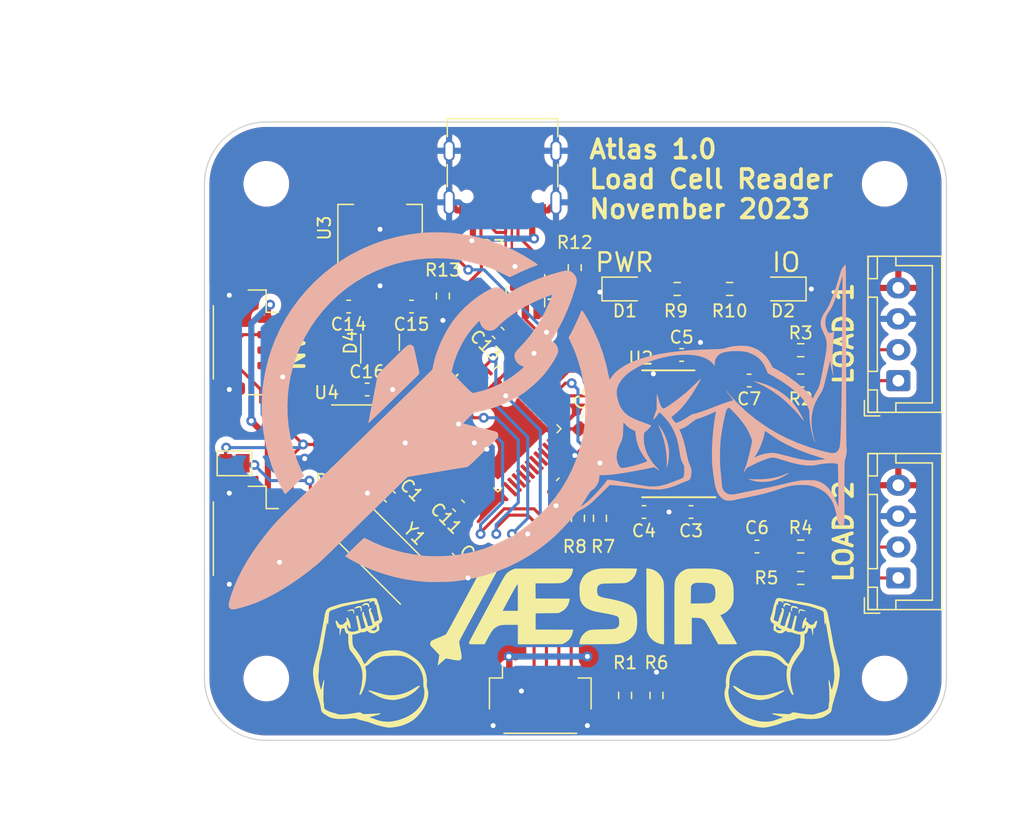
<source format=kicad_pcb>
(kicad_pcb (version 20221018) (generator pcbnew)
  (layers (0 "F.Cu" signal) (31 "B.Cu" signal) (34 "B.Paste" user) (35 "F.Paste" user) (36 "B.SilkS" user "B.Silkscreen") (37 "F.SilkS" user "F.Silkscreen") (38 "B.Mask" user) (39 "F.Mask" user) (44 "Edge.Cuts" user))
  (net 0 "")
  (net 1 "Net-(U2-VBG)")
  (net 2 "Net-(U2-VIN1N)")
  (net 3 "Net-(U2-VIN1P)")
  (net 4 "Net-(U2-VIN2N)")
  (net 5 "Net-(U2-VIN2P)")
  (net 9 "Net-(U1-VCAP)")
  (net 10 "/LOAD2_N")
  (net 11 "/LOAD2_P")
  (net 12 "Earth")
  (net 13 "+3V3")
  (net 32 "/CAN_H")
  (net 33 "/CAN_L")
  (net 34 "/LOAD1_N")
  (net 35 "/LOAD1_P")
  (net 36 "/SW_CLK")
  (net 37 "/SW_DIO")
  (net 38 "/BOOT0")
  (net 39 "/NRST")
  (net 40 "/DRDY")
  (net 41 "/SCL")
  (net 44 "/SDA")
  (net 45 "/IO_LED")
  (net 46 "/OSC_IN")
  (net 47 "/OSC_OUT")
  (net 48 "/CAN_TX")
  (net 49 "/CAN_RX")
  (net 53 "Net-(D1-A)")
  (net 54 "Net-(D2-A)")
  (net 56 "Net-(J6-CC1)")
  (net 58 "Net-(J6-CC2)")
  (net 60 "/USB_D_N")
  (net 61 "/USB_D_P")
  (net 62 "VCC")
  (net 63 "Net-(D3-A)")
  (net 64 "Net-(JP1-B)")
  (footprint "Package_SO:SOIC-8_3.9x4.9mm_P1.27mm" (layer "F.Cu") (at 74.23 91.44 180)
    (fp_text reference "U4")
    (fp_text value "TJA1051T")
  )
  (footprint "Capacitor_SMD:C_0603_1608Metric_Pad1.08x0.95mm_HandSolder" (layer "F.Cu") (at 92.93888 90.19512 45)
    (fp_text reference "C8")
    (fp_text value "4u7")
  )
  (footprint "Resistor_SMD:R_0603_1608Metric_Pad0.98x0.95mm_HandSolder" (layer "F.Cu") (at 98.552 112.3715 90)
    (fp_text reference "R6")
    (fp_text value "10k")
  )
  (footprint "Connector_USB:USB_C_Receptacle_Palconn_UTC16-G" (layer "F.Cu") (at 86.104 70.566 180)
    (fp_text reference "J6" hide)
    (fp_text value "USB_C_Receptacle_USB2.0")
  )
  (footprint "Capacitor_SMD:C_0603_1608Metric_Pad1.08x0.95mm_HandSolder" (layer "F.Cu") (at 73.66 80.924 180)
    (fp_text reference "C14")
    (fp_text value "10u")
  )
  (footprint "Connector_JST:JST_XH_B4B-XH-A_1x04_P2.50mm_Vertical" (layer "F.Cu") (at 118.11 86.915 90)
    (fp_text reference "J1" hide)
    (fp_text value "jst xh 4")
  )
  (footprint "Resistor_SMD:R_0603_1608Metric_Pad0.98x0.95mm_HandSolder" (layer "F.Cu") (at 93.98 98.044 90)
    (fp_text reference "R7")
    (fp_text value "4k7")
  )
  (footprint "Resistor_SMD:R_0603_1608Metric_Pad0.98x0.95mm_HandSolder" (layer "F.Cu") (at 96.012 112.3715 -90)
    (fp_text reference "R1")
    (fp_text value "10k")
  )
  (footprint "Resistor_SMD:R_0603_1608Metric_Pad0.98x0.95mm_HandSolder" (layer "F.Cu") (at 110.2125 102.87 180)
    (fp_text reference "R5")
    (fp_text value "51")
  )
  (footprint "Capacitor_SMD:C_0603_1608Metric_Pad1.08x0.95mm_HandSolder" (layer "F.Cu") (at 78.74 80.924)
    (fp_text reference "C15")
    (fp_text value "22u")
  )
  (footprint "LOGO" (layer "F.Cu") (at 75.438 109.728)
    (fp_text reference "G***" hide)
    (fp_text value "LOGO" hide)
  )
  (footprint "Capacitor_SMD:C_0603_1608Metric_Pad1.08x0.95mm_HandSolder" (layer "F.Cu") (at 81.788 101.346 -45)
    (fp_text reference "C2")
    (fp_text value "14p")
  )
  (footprint "MountingHole:MountingHole_3.2mm_M3_ISO7380" (layer "F.Cu") (at 67 71)
    (fp_text reference "H2" hide)
    (fp_text value "MountingHole")
  )
  (footprint "LOGO" (layer "F.Cu") (at 92.71 105.156)
    (fp_text reference "G***" hide)
    (fp_text value "LOGO" hide)
  )
  (footprint "Connector_JST:JST_SH_SM06B-SRSS-TB_1x06-1MP_P1.00mm_Horizontal" (layer "F.Cu") (at 89.154 112.744)
    (fp_text reference "J4" hide)
    (fp_text value "jst_sh 6")
  )
  (footprint "Resistor_SMD:R_0603_1608Metric_Pad0.98x0.95mm_HandSolder" (layer "F.Cu") (at 92.202 98.044 90)
    (fp_text reference "R8")
    (fp_text value "4k7")
  )
  (footprint "Resistor_SMD:R_0603_1608Metric_Pad0.98x0.95mm_HandSolder" (layer "F.Cu") (at 71.4775 96.393)
    (fp_text reference "R11")
    (fp_text value "120")
  )
  (footprint "Package_QFP:LQFP-48_7x7mm_P0.5mm" (layer "F.Cu") (at 85.725 90.805 45)
    (fp_text reference "U1")
    (fp_text value "STM32U575CGTx")
  )
  (footprint "Resistor_SMD:R_0603_1608Metric_Pad0.98x0.95mm_HandSolder" (layer "F.Cu") (at 100.2265 79.502 180)
    (fp_text reference "R9")
    (fp_text value "500")
  )
  (footprint "LOGO" (layer "F.Cu") (at 108.712 109.728)
    (fp_text reference "G***" hide)
    (fp_text value "LOGO" hide)
  )
  (footprint "Crystal:Crystal_SMD_0603-2Pin_6.0x3.5mm_HandSoldering" (layer "F.Cu") (at 76.962 101.346 -45)
    (fp_text reference "Y1")
    (fp_text value "48MHz")
  )
  (footprint "Capacitor_SMD:C_0603_1608Metric_Pad1.08x0.95mm_HandSolder" (layer "F.Cu") (at 97.536 97.536)
    (fp_text reference "C4")
    (fp_text value "1u")
  )
  (footprint "Resistor_SMD:R_0603_1608Metric_Pad0.98x0.95mm_HandSolder" (layer "F.Cu") (at 110.2125 84.455)
    (fp_text reference "R3")
    (fp_text value "51")
  )
  (footprint "Connector_JST:JST_GH_SM04B-GHS-TB_1x04-1MP_P1.25mm_Horizontal" (layer "F.Cu") (at 65.278 83.82 -90)
    (fp_text reference "J5" hide)
    (fp_text value "jst gh")
  )
  (footprint "Capacitor_SMD:C_0603_1608Metric_Pad1.08x0.95mm_HandSolder" (layer "F.Cu") (at 76.962 96.266 135)
    (fp_text reference "C1")
    (fp_text value "14p")
  )
  (footprint "Capacitor_SMD:C_0603_1608Metric_Pad1.08x0.95mm_HandSolder" (layer "F.Cu") (at 101.346 97.536 180)
    (fp_text reference "C3")
    (fp_text value "100n")
  )
  (footprint "MountingHole:MountingHole_3.2mm_M3_ISO7380" (layer "F.Cu") (at 117 71)
    (fp_text reference "H1" hide)
    (fp_text value "MountingHole")
  )
  (footprint "Package_TO_SOT_SMD:SOT-23-6" (layer "F.Cu") (at 87.95 80.1425 -90)
    (fp_text reference "U5")
    (fp_text value "USBLC6-2SC6")
  )
  (footprint "Capacitor_SMD:C_0603_1608Metric_Pad1.08x0.95mm_HandSolder" (layer "F.Cu") (at 75.1575 87.63)
    (fp_text reference "C16")
    (fp_text value "100n")
  )
  (footprint "Capacitor_SMD:C_0603_1608Metric_Pad1.08x0.95mm_HandSolder" (layer "F.Cu") (at 90.932 95.25 45)
    (fp_text reference "C10")
    (fp_text value "4u7")
  )
  (footprint "Capacitor_SMD:C_0603_1608Metric_Pad1.08x0.95mm_HandSolder" (layer "F.Cu") (at 100.584 84.836)
    (fp_text reference "C5")
    (fp_text value "100n")
  )
  (footprint "Resistor_SMD:R_0603_1608Metric" (layer "F.Cu") (at 91.94 77.775 -90)
    (fp_text reference "R12")
    (fp_text value "5k1")
  )
  (footprint "MountingHole:MountingHole_3.2mm_M3_ISO7380" (layer "F.Cu") (at 67 111)
    (fp_text reference "H4" hide)
    (fp_text value "MountingHole")
  )
  (footprint "Resistor_SMD:R_0603_1608Metric" (layer "F.Cu") (at 81.28 80.073 -90)
    (fp_text reference "R13")
    (fp_text value "5k1")
  )
  (footprint "Capacitor_SMD:C_0603_1608Metric_Pad1.08x0.95mm_HandSolder" (layer "F.Cu") (at 82.55 97.028 135)
    (fp_text reference "C11")
    (fp_text value "4u7")
  )
  (footprint "Connector_JST:JST_XH_B4B-XH-A_1x04_P2.50mm_Vertical" (layer "F.Cu") (at 118.11 102.87 90)
    (fp_text reference "J3" hide)
    (fp_text value "jst xh 4")
  )
  (footprint "Diode_SMD:D_SOD-323_HandSoldering" (layer "F.Cu") (at 82.316 76.073)
    (fp_text reference "D3")
    (fp_text value "MBR1020VL")
  )
  (footprint "Jumper:SolderJumper-2_P1.3mm_Open_TrianglePad1.0x1.5mm" (layer "F.Cu") (at 64.426 93.599)
    (fp_text reference "JP1" hide)
    (fp_text value "SolderJumper_2_Open")
  )
  (footprint "LED_SMD:LED_0805_2012Metric_Pad1.15x1.40mm_HandSolder" (layer "F.Cu") (at 108.78725 79.502 180)
    (fp_text reference "D2")
    (fp_text value "pwr")
  )
  (footprint "Resistor_SMD:R_0603_1608Metric_Pad0.98x0.95mm_HandSolder" (layer "F.Cu") (at 110.2125 86.907064)
    (fp_text reference "R2")
    (fp_text value "51")
  )
  (footprint "Connector_JST:JST_GH_SM04B-GHS-TB_1x04-1MP_P1.25mm_Horizontal" (layer "F.Cu") (at 65.278 99.695 -90)
    (fp_text reference "J2" hide)
    (fp_text value "jst gh")
  )
  (footprint "Capacitor_SMD:C_0603_1608Metric_Pad1.08x0.95mm_HandSolder" (layer "F.Cu") (at 85.75012 83.058 135)
    (fp_text reference "C13")
    (fp_text value "100n")
  )
  (footprint "Capacitor_SMD:C_0603_1608Metric_Pad1.08x0.95mm_HandSolder" (layer "F.Cu") (at 106.68 100.33)
    (fp_text reference "C6")
    (fp_text value "100n")
  )
  (footprint "NAU7802SGI:SOI16_NAU7802SGI_NUV" (layer "F.Cu") (at 99.51085 91.2125 180)
    (fp_text reference "U2")
    (fp_text value "NAU7802SGI")
  )
  (footprint "Resistor_SMD:R_0603_1608Metric_Pad0.98x0.95mm_HandSolder" (layer "F.Cu") (at 110.2125 100.33 180)
    (fp_text reference "R4")
    (fp_text value "51")
  )
  (footprint "Package_TO_SOT_SMD:SOT-223-3_TabPin2" (layer "F.Cu") (at 76.2 74.574 90)
    (fp_text reference "U3")
    (fp_text value "AZ1117CH2-3.3TRG1")
  )
  (footprint "MountingHole:MountingHole_3.2mm_M3_ISO7380" (layer "F.Cu") (at 117 111)
    (fp_text reference "H3" hide)
    (fp_text value "MountingHole")
  )
  (footprint "LED_SMD:LED_0805_2012Metric_Pad1.15x1.40mm_HandSolder" (layer "F.Cu") (at 96.003 79.502)
    (fp_text reference "D1")
    (fp_text value "pwr")
  )
  (footprint "Package_TO_SOT_SMD:SOT-23" (layer "F.Cu") (at 76.2 83.82 90)
    (fp_text reference "D4")
    (fp_text value "NUP2105L")
  )
  (footprint "Resistor_SMD:R_0603_1608Metric_Pad0.98x0.95mm_HandSolder" (layer "F.Cu") (at 104.46925 79.502)
    (fp_text reference "R10")
    (fp_text value "500")
  )
  (footprint "Capacitor_SMD:C_0603_1608Metric_Pad1.08x0.95mm_HandSolder" (layer "F.Cu") (at 106.045 86.907064 180)
    (fp_text reference "C7")
    (fp_text value "100n")
  )
  (footprint "LOGO" (layer "B.Cu") (at 88.9 90.17 -90)
    (fp_text reference "G***" hide)
    (fp_text value "LOGO" hide)
  )
  (gr_arc (start 117 66) (mid 120.535534 67.464466) (end 122 71) (stroke (width 0.1)) (layer "Edge.Cuts"))
  (gr_arc (start 122 111) (mid 120.535534 114.535534) (end 117 116) (stroke (width 0.1)) (layer "Edge.Cuts"))
  (gr_line (start 117 116) (end 67 116) (stroke (width 0.1)) (layer "Edge.Cuts"))
  (gr_line (start 122 71) (end 122 111) (stroke (width 0.1)) (layer "Edge.Cuts"))
  (gr_line (start 67 66) (end 117 66) (stroke (width 0.1)) (layer "Edge.Cuts"))
  (gr_arc (start 67 116) (mid 63.464466 114.535534) (end 62 111) (stroke (width 0.1)) (layer "Edge.Cuts"))
  (gr_arc (start 62 71) (mid 63.464466 67.464466) (end 67 66) (stroke (width 0.1)) (layer "Edge.Cuts"))
  (gr_line (start 62 111) (end 62 71) (stroke (width 0.1)) (layer "Edge.Cuts"))
  (gr_text "LOAD 1" (at 114.554 87.376 90) (layer "F.SilkS") (effects (font (size 1.5 1.5) (thickness 0.3) bold) (justify left bottom)))
  (gr_text "IO" (at 107.77125 78.232) (layer "F.SilkS") (effects (font (size 1.5 1.5) (thickness 0.2)) (justify left bottom)))
  (gr_text "CAN" (at 68.326 81.534 270) (layer "F.SilkS") (effects (font (size 1.5 1.5) (thickness 0.3) bold) (justify left bottom)))
  (gr_text "PWR" (at 93.472 78.232) (layer "F.SilkS") (effects (font (size 1.5 1.5) (thickness 0.2)) (justify left bottom)))
  (gr_text "LOAD 2" (at 114.554 103.378 90) (layer "F.SilkS") (effects (font (size 1.5 1.5) (thickness 0.3) bold) (justify left bottom)))
  (gr_text "CAN" (at 68.58 97.282 270) (layer "F.SilkS") (effects (font (size 1.5 1.5) (thickness 0.3) bold) (justify left bottom)))
  (gr_text "Atlas 1.0\nLoad Cell Reader\nNovember 2023" (at 92.964 73.914) (layer "F.SilkS") (effects (font (size 1.5 1.5) (thickness 0.3) bold) (justify left bottom)))
  (segment (start 99.7215 84.836) (end 99.7215 88.5455) (width 0.5) (layer "F.Cu") (net 1))
  (segment (start 99.7215 88.5455) (end 100.4835 89.3075) (width 0.5) (layer "F.Cu") (net 1))
  (segment (start 100.4835 89.3075) (end 102.235 89.3075) (width 0.5) (layer "F.Cu") (net 1))
  (segment (start 104.0395 94.3875) (end 102.235 94.3875) (width 0.25) (layer "F.Cu") (net 2))
  (segment (start 105.8175 100.33) (end 105.8175 101.7535) (width 0.25) (layer "F.Cu") (net 2))
  (segment (start 105.8175 101.7535) (end 106.934 102.87) (width 0.25) (layer "F.Cu") (net 2))
  (segment (start 105.8175 96.1655) (end 104.0395 94.3875) (width 0.25) (layer "F.Cu") (net 2))
  (segment (start 106.934 102.87) (end 109.3 102.87) (width 0.25) (layer "F.Cu") (net 2))
  (segment (start 105.8175 100.33) (end 105.8175 96.1655) (width 0.25) (layer "F.Cu") (net 2))
  (segment (start 107.5425 96.1125) (end 104.5475 93.1175) (width 0.25) (layer "F.Cu") (net 3))
  (segment (start 107.5425 100.33) (end 107.5425 96.1125) (width 0.25) (layer "F.Cu") (net 3))
  (segment (start 104.5475 93.1175) (end 102.235 93.1175) (width 0.25) (layer "F.Cu") (net 3))
  (segment (start 109.3 100.33) (end 107.5425 100.33) (width 0.25) (layer "F.Cu") (net 3))
  (segment (start 106.9075 86.907064) (end 109.3 86.907064) (width 0.25) (layer "F.Cu") (net 4))
  (segment (start 106.9075 86.907064) (end 106.9075 89.1805) (width 0.25) (layer "F.Cu") (net 4))
  (segment (start 104.2405 91.8475) (end 102.235 91.8475) (width 0.25) (layer "F.Cu") (net 4))
  (segment (start 106.9075 89.1805) (end 104.2405 91.8475) (width 0.25) (layer "F.Cu") (net 4))
  (segment (start 105.1825 85.5715) (end 105.1825 86.907064) (width 0.25) (layer "F.Cu") (net 5))
  (segment (start 103.9865 90.5775) (end 105.1825 89.3815) (width 0.25) (layer "F.Cu") (net 5))
  (segment (start 105.1825 89.3815) (end 105.1825 86.907064) (width 0.25) (layer "F.Cu") (net 5))
  (segment (start 109.3 84.455) (end 106.299 84.455) (width 0.25) (layer "F.Cu") (net 5))
  (segment (start 102.235 90.5775) (end 103.9865 90.5775) (width 0.25) (layer "F.Cu") (net 5))
  (segment (start 106.299 84.455) (end 105.1825 85.5715) (width 0.25) (layer "F.Cu") (net 5))
  (segment (start 91.54188 94.147006) (end 89.905769 92.510895) (width 0.25) (layer "F.Cu") (net 9))
  (segment (start 91.54188 94.64012) (end 91.54188 94.147006) (width 0.25) (layer "F.Cu") (net 9))
  (segment (start 118.11 86.915) (end 111.132936 86.915) (width 0.25) (layer "F.Cu") (net 10))
  (segment (start 111.132936 86.915) (end 111.125 86.907064) (width 0.25) (layer "F.Cu") (net 10))
  (segment (start 111.125 84.455) (end 111.165 84.415) (width 0.25) (layer "F.Cu") (net 11))
  (segment (start 111.165 84.415) (end 118.11 84.415) (width 0.25) (layer "F.Cu") (net 11))
  (segment (start 97.8905 86.7675) (end 98.298 86.36) (width 0.5) (layer "F.Cu") (net 12))
  (segment (start 81.190678 89.452658) (end 82.16202 90.424) (width 0.25) (layer "F.Cu") (net 12))
  (segment (start 76.2 77.724) (end 76.2 71.424) (width 0.5) (layer "F.Cu") (net 12))
  (segment (start 83.311998 94.278662) (end 84.836 92.75466) (width 0.25) (layer "F.Cu") (net 12))
  (segment (start 76.35212 95.65612) (end 75.53988 95.65612) (width 0.5) (layer "F.Cu") (net 12))
  (segment (start 92.954 114.818) (end 92.964 114.808) (width 0.5) (layer "F.Cu") (net 12))
  (segment (start 91.948 92.964) (end 93.853 91.059) (width 0.25) (layer "F.Cu") (net 12))
  (segment (start 67.128 85.695) (end 67.128 86.432) (width 0.25) (layer "F.Cu") (net 12))
  (segment (start 83.311998 94.278662) (end 81.94012 95.65054) (width 0.25) (layer "F.Cu") (net 12))
  (segment (start 76.705 92.075) (end 78.105 92.075) (width 0.25) (layer "F.Cu") (net 12))
  (segment (start 94.978 79.502) (end 94.234001 79.502) (width 0.25) (layer "F.Cu") (net 12))
  (segment (start 90.259322 92.157342) (end 91.06598 92.964) (width 0.25) (layer "F.Cu") (net 12))
  (segment (start 76.02 87.63) (end 77.216 87.63) (width 0.25) (layer "F.Cu") (net 12))
  (segment (start 81.28 80.898) (end 81.28 82.042) (width 0.25) (layer "F.Cu") (net 12))
  (segment (start 87.95 78.523874) (end 87.108063 77.681937) (width 0.25) (layer "F.Cu") (net 12))
  (segment (start 82.904 73.1524) (end 82.4404 73.1524) (width 0.5) (layer "F.Cu") (net 12))
  (segment (start 102.235 88.0375) (end 102.235 85.6245) (width 0.5) (layer "F.Cu") (net 12))
  (segment (start 90.424 68.326) (end 90.424 72.496) (width 0.5) (layer "F.Cu") (net 12))
  (segment (start 87.95 79.005) (end 87.95 78.523874) (width 0.25) (layer "F.Cu") (net 12))
  (segment (start 87.077342 86.270678) (end 88.646 84.70202) (width 0.25) (layer "F.Cu") (net 12))
  (segment (start 89.304 73.1524) (end 89.7676 73.1524) (width 0.5) (layer "F.Cu") (net 12))
  (segment (start 90.32212 95.85988) (end 90.32212 96.92612) (width 0.25) (layer "F.Cu") (net 12))
  (segment (start 78.105 92.075) (end 78.232 91.948) (width 0.25) (layer "F.Cu") (net 12))
  (segment (start 66.62 101.57) (end 68.042 101.57) (width 0.25) (layer "F.Cu") (net 12))
  (segment (start 101.4465 84.836) (end 101.4465 84.4815) (width 0.5) (layer "F.Cu") (net 12))
  (segment (start 81.784 68.326) (end 81.784 72.496) (width 0.5) (layer "F.Cu") (net 12))
  (segment (start 89.7676 73.1524) (end 90.424 72.496) (width 0.5) (layer "F.Cu") (net 12))
  (segment (start 71.755 93.345) (end 70.231 93.345) (width 0.5) (layer "F.Cu") (net 12))
  (segment (start 84.836 92.75466) (end 84.836 92.456) (width 0.25) (layer "F.Cu") (net 12))
  (segment (start 87.654 111.99) (end 87.63 112.014) (width 0.5) (layer "F.Cu") (net 12))
  (segment (start 91.06598 92.964) (end 91.948 92.964) (width 0.25) (layer "F.Cu") (net 12))
  (segment (start 81.68612 82.44812) (end 85.14024 82.44812) (width 0.25) (layer "F.Cu") (net 12))
  (segment (start 82.4404 73.1524) (end 81.784 72.496) (width 0.5) (layer "F.Cu") (net 12))
  (segment (start 85.354 114.905) (end 85.354 114.818) (width 0.5) (layer "F.Cu") (net 12))
  (segment (start 101.4465 84.4815) (end 102.108 83.82) (width 0.5) (layer "F.Cu") (net 12))
  (segment (start 102.235 85.6245) (end 101.4465 84.836) (width 0.5) (layer "F.Cu") (net 12))
  (segment (start 98.552 111.459) (end 98.552 110.49) (width 0.25) (layer "F.Cu") (net 12))
  (segment (start 94.234001 79.502) (end 93.98 79.756001) (width 0.25) (layer "F.Cu") (net 12))
  (segment (start 68.042 101.57) (end 68.072 101.6) (width 0.25) (layer "F.Cu") (net 12))
  (segment (start 76.2 82.8825) (end 77.8775 81.205) (width 0.5) (layer "F.Cu") (net 12))
  (segment (start 92.954 114.905) (end 92.954 114.818) (width 0.5) (layer "F.Cu") (net 12))
  (segment (start 85.354 114.818) (end 85.344 114.808) (width 0.5) (layer "F.Cu") (net 12))
  (segment (start 82.16202 90.424) (end 82.55 90.424) (width 0.25) (layer "F.Cu") (net 12))
  (segment (start 98.3985 97.536) (end 100.4835 97.536) (width 0.5) (layer "F.Cu") (net 12))
  (segment (start 74.5225 80.924) (end 76.2 79.2465) (width 0.5) (layer "F.Cu") (net 12))
  (segment (start 93.853 91.059) (end 93.853 89.88948) (width 0.25) (layer "F.Cu") (net 12))
  (segment (start 81.94012 95.65054) (end 81.94012 96.41812) (width 0.25) (layer "F.Cu") (net 12))
  (segment (start 96.7867 86.7675) (end 97.8905 86.7675) (width 0.5) (layer "F.Cu") (net 12))
  (segment (start 75.53988 95.65612) (end 75.184 96.012) (width 0.5) (layer "F.Cu") (net 12))
  (segment (start 93.853 89.88948) (end 93.54876 89.58524) (width 0.25) (layer "F.Cu") (net 12))
  (segment (start 109.81225 79.502) (end 111.07325 79.502) (width 0.25) (layer "F.Cu") (net 12))
  (segment (start 77.8775 81.205) (end 77.8775 80.924) (width 0.25) (layer "F.Cu") (net 12))
  (segment (start 67.128 86.432) (end 67.31 86.614) (width 0.25) (layer "F.Cu") (net 12))
  (segment (start 81.28 82.042) (end 81.68612 82.44812) (width 0.25) (layer "F.Cu") (net 12))
  (segment (start 90.32212 96.92612) (end 90.424 97.028) (width 0.25) (layer "F.Cu") (net 12))
  (segment (start 76.2 79.2465) (end 76.2 77.724) (width 0.5) (layer "F.Cu") (net 12))
  (segment (start 87.654 110.744) (end 87.654 111.99) (width 0.5) (layer "F.Cu") (net 12))
  (segment (start 77.8775 80.924) (end 76.2 79.2465) (width 0.5) (layer "F.Cu") (net 12))
  (segment (start 82.39788 101.95588) (end 83.312 102.87) (width 0.5) (layer "F.Cu") (net 12))
  (segment (start 70.231 93.345) (end 70.104 93.218) (width 0.5) (layer "F.Cu") (net 12))
  (segment (start 67.31 86.614) (end 68.326 86.614) (width 0.25) (layer "F.Cu") (net 12))
  (via (at 91.948 92.964) (size 0.8) (drill 0.4) (layers "F.Cu" "B.Cu") (net 12))
  (via (at 70.104 93.218) (size 0.8) (drill 0.4) (layers "F.Cu" "B.Cu") (net 12))
  (via (at 83.312 102.87) (size 0.8) (drill 0.4) (layers "F.Cu" "B.Cu") (net 12))
  (via (at 98.298 86.36) (size 0.8) (drill 0.4) (layers "F.Cu" "B.Cu") (net 12))
  (via (at 78.232 91.948) (size 0.8) (drill 0.4) (layers "F.Cu" "B.Cu") (net 12))
  (via (at 64.008 103.378) (size 0.8) (drill 0.4) (layers "F.Cu" "B.Cu") (net 12))
  (via (at 68.326 86.614) (size 0.8) (drill 0.4) (layers "F.Cu" "B.Cu") (net 12))
  (via (at 87.63 112.014) (size 0.8) (drill 0.4) (layers "F.Cu" "B.Cu") (net 12))
  (via (at 92.964 114.808) (size 0.8) (drill 0.4) (layers "F.Cu" "B.Cu") (net 12))
  (via (at 99.568 97.536) (size 0.8) (drill 0.4) (layers "F.Cu" "B.Cu") (net 12))
  (via (at 87.108063 77.681937) (size 0.8) (drill 0.4) (layers "F.Cu" "B.Cu") (net 12))
  (via (at 85.344 114.808) (size 0.8) (drill 0.4) (layers "F.Cu" "B.Cu") (net 12))
  (via (at 75.184 96.012) (size 0.8) (drill 0.4) (layers "F.Cu" "B.Cu") (net 12))
  (via (at 88.646 84.70202) (size 0.8) (drill 0.4) (layers "F.Cu" "B.Cu") (net 12))
  (via (at 77.216 87.63) (size 0.8) (drill 0.4) (layers "F.Cu" "B.Cu") (net 12))
  (via (at 64.008 80.01) (size 0.8) (drill 0.4) (layers "F.Cu" "B.Cu") (net 12))
  (via (at 84.836 92.456) (size 0.8) (drill 0.4) (layers "F.Cu" "B.Cu") (net 12))
  (via (at 102.108 83.82) (size 0.8) (drill 0.4) (layers "F.Cu" "B.Cu") (net 12))
  (via (at 76.2 74.676) (size 0.8) (drill 0.4) (layers "F.Cu" "B.Cu") (net 12))
  (via (at 90.424 97.028) (size 0.8) (drill 0.4) (layers "F.Cu" "B.Cu") (net 12))
  (via (at 76.2 79.2465) (size 0.8) (drill 0.4) (layers "F.Cu" "B.Cu") (net 12))
  (via (at 111.07325 79.502) (size 0.8) (drill 0.4) (layers "F.Cu" "B.Cu") (net 12))
  (via (at 93.98 79.756001) (size 0.8) (drill 0.4) (layers "F.Cu" "B.Cu") (net 12))
  (via (at 82.55 90.424) (size 0.8) (drill 0.4) (layers "F.Cu" "B.Cu") (net 12))
  (via (at 98.552 110.49) (size 0.8) (drill 0.4) (layers "F.Cu" "B.Cu") (net 12))
  (via (at 81.28 82.042) (size 0.8) (drill 0.4) (layers "F.Cu" "B.Cu") (net 12))
  (via (at 68.072 101.6) (size 0.8) (drill 0.4) (layers "F.Cu" "B.Cu") (net 12))
  (via (at 64.008 87.63) (size 0.8) (drill 0.4) (layers "F.Cu" "B.Cu") (net 12))
  (via (at 64.008 96.012) (size 0.8) (drill 0.4) (layers "F.Cu" "B.Cu") (net 12))
  (segment (start 87.379669 77.410331) (end 87.108063 77.681937) (width 0.25) (layer "B.Cu") (net 12))
  (segment (start 93.98 79.756001) (end 91.63433 77.410331) (width 0.25) (layer "B.Cu") (net 12))
  (segment (start 91.63433 77.410331) (end 87.379669 77.410331) (width 0.25) (layer "B.Cu") (net 12))
  (segment (start 87.884 90.932) (end 85.344 93.472) (width 0.25) (layer "F.Cu") (net 13))
  (segment (start 80.837124 89.806212) (end 81.875456 90.844544) (width 0.25) (layer "F.Cu") (net 13))
  (segment (start 81.796368 90.844544) (end 81.875456 90.844544) (width 0.25) (layer "F.Cu") (net 13))
  (segment (start 82.216912 91.186) (end 85.852 91.186) (width 0.25) (layer "F.Cu") (net 13))
  (segment (start 83.665551 94.632215) (end 82.804 95.493766) (width 0.25) (layer "F.Cu") (net 13))
  (segment (start 85.852 91.186) (end 86.106 90.932) (width 0.25) (layer "F.Cu") (net 13))
  (segment (start 86.654 110.744) (end 86.654 109.26) (width 0.5) (layer "F.Cu") (net 13))
  (segment (start 86.106 90.932) (end 87.884 90.932) (width 0.25) (layer "F.Cu") (net 13))
  (segment (start 86.723788 85.917124) (end 86.36 85.553336) (width 0.25) (layer "F.Cu") (net 13))
  (segment (start 83.15988 97.63788) (end 83.097614 97.575614) (width 0.25) (layer "F.Cu") (net 13))
  (segment (start 82.804 95.758) (end 83.15988 96.11388) (width 0.25) (layer "F.Cu") (net 13))
  (segment (start 89.741088 90.932) (end 87.884 90.932) (width 0.25) (layer "F.Cu") (net 13))
  (segment (start 83.665551 94.632215) (end 84.825766 93.472) (width 0.25) (layer "F.Cu") (net 13))
  (segment (start 85.344 93.472) (end 84.825766 93.472) (width 0.25) (layer "F.Cu") (net 13))
  (segment (start 92.329 90.805) (end 91.611664 90.805) (width 0.25) (layer "F.Cu") (net 13))
  (segment (start 82.804 95.493766) (end 82.804 95.758) (width 0.25) (layer "F.Cu") (net 13))
  (segment (start 85.598 87.042912) (end 85.598 88.646) (width 0.25) (layer "F.Cu") (net 13))
  (segment (start 86.723788 85.917124) (end 85.598 87.042912) (width 0.25) (layer "F.Cu") (net 13))
  (segment (start 91.611664 90.805) (end 90.612876 91.803788) (width 0.25) (layer "F.Cu") (net 13))
  (segment (start 86.654 109.26) (end 86.614 109.22) (width 0.5) (layer "F.Cu") (net 13))
  (segment (start 85.598 88.646) (end 87.884 90.932) (width 0.25) (layer "F.Cu") (net 13))
  (segment (start 90.612876 91.803788) (end 89.741088 90.932) (width 0.25) (layer "F.Cu") (net 13))
  (segment (start 83.15988 96.11388) (end 83.15988 97.63788) (width 0.25) (layer "F.Cu") (net 13))
  (segment (start 81.875456 90.844544) (end 82.216912 91.186) (width 0.25) (layer "F.Cu") (net 13))
  (segment (start 80.837124 91.803788) (end 81.796368 90.844544) (width 0.25) (layer "F.Cu") (net 13))
  (via (at 86.614 109.22) (size 0.8) (drill 0.4) (layers "F.Cu" "B.Cu") (net 13))
  (via (at 92.964 109.22) (size 0.8) (drill 0.4) (layers "F.Cu" "B.Cu") (net 13))
  (segment (start 86.614 109.22) (end 92.964 109.22) (width 0.5) (layer "B.Cu") (net 13))
  (segment (start 63.701 92.382) (end 63.754 92.329) (width 0.25) (layer "F.Cu") (net 32))
  (segment (start 75.25 84.7575) (end 73.6875 83.195) (width 0.25) (layer "F.Cu") (net 32))
  (segment (start 69.977 92.075) (end 66.548 88.646) (width 0.25) (layer "F.Cu") (net 32))
  (segment (start 71.755 92.075) (end 69.977 92.075) (width 0.25) (layer "F.Cu") (net 32))
  (segment (start 69.977 92.075) (end 69.088 92.964) (width 0.25) (layer "F.Cu") (net 32))
  (segment (start 64.516 83.82) (end 64.516 85.598) (width 0.25) (layer "F.Cu") (net 32))
  (segment (start 73.6875 83.195) (end 67.128 83.195) (width 0.25) (layer "F.Cu") (net 32))
  (segment (start 66.62 83.195) (end 65.141 83.195) (width 0.25) (layer "F.Cu") (net 32))
  (segment (start 63.701 93.599) (end 63.701 92.382) (width 0.25) (layer "F.Cu") (net 32))
  (segment (start 67.808 99.07) (end 66.62 99.07) (width 0.25) (layer "F.Cu") (net 32))
  (segment (start 69.088 97.79) (end 67.808 99.07) (width 0.25) (layer "F.Cu") (net 32))
  (segment (start 69.088 92.964) (end 69.088 97.79) (width 0.25) (layer "F.Cu") (net 32))
  (segment (start 66.548 88.646) (end 66.548 87.63) (width 0.25) (layer "F.Cu") (net 32))
  (segment (start 65.141 83.195) (end 64.516 83.82) (width 0.25) (layer "F.Cu") (net 32))
  (segment (start 64.516 85.598) (end 66.548 87.63) (width 0.25) (layer "F.Cu") (net 32))
  (via (at 63.754 92.329) (size 0.8) (drill 0.4) (layers "F.Cu" "B.Cu") (net 32))
  (via (at 69.977 92.075) (size 0.8) (drill 0.4) (layers "F.Cu" "B.Cu") (net 32))
  (segment (start 69.723 92.329) (end 69.977 92.075) (width 0.25) (layer "B.Cu") (net 32))
  (segment (start 63.754 92.329) (end 69.723 92.329) (width 0.25) (layer "B.Cu") (net 32))
  (segment (start 73.279 90.805) (end 73.66 91.186) (width 0.25) (layer "F.Cu") (net 33))
  (segment (start 71.755 90.805) (end 73.279 90.805) (width 0.25) (layer "F.Cu") (net 33))
  (segment (start 73.66 95.25) (end 68.59 100.32) (width 0.25) (layer "F.Cu") (net 33))
  (segment (start 70.104 90.805) (end 71.755 90.805) (width 0.25) (layer "F.Cu") (net 33))
  (segment (start 77.15 84.7575) (end 75.5475 86.36) (width 0.25) (layer "F.Cu") (net 33))
  (segment (start 68.697 84.445) (end 69.342 85.09) (width 0.25) (layer "F.Cu") (net 33))
  (segment (start 67.128 84.445) (end 68.697 84.445) (width 0.25) (layer "F.Cu") (net 33))
  (segment (start 69.342 90.043) (end 70.104 90.805) (width 0.25) (layer "F.Cu") (net 33))
  (segment (start 75.5475 86.36) (end 69.342 86.36) (width 0.25) (layer "F.Cu") (net 33))
  (segment (start 69.342 85.09) (end 69.342 86.36) (width 0.25) (layer "F.Cu") (net 33))
  (segment (start 69.342 86.36) (end 69.342 90.043) (width 0.25) (layer "F.Cu") (net 33))
  (segment (start 73.66 91.186) (end 73.66 95.25) (width 0.25) (layer "F.Cu") (net 33))
  (segment (start 68.59 100.32) (end 67.128 100.32) (width 0.25) (layer "F.Cu") (net 33))
  (segment (start 111.125 102.87) (end 118.11 102.87) (width 0.25) (layer "F.Cu") (net 34))
  (segment (start 118.11 100.37) (end 111.165 100.37) (width 0.25) (layer "F.Cu") (net 35))
  (segment (start 111.165 100.37) (end 111.125 100.33) (width 0.25) (layer "F.Cu") (net 35))
  (segment (start 86.868 99.314) (end 88.654 101.1) (width 0.25) (layer "F.Cu") (net 36))
  (segment (start 88.654 101.1) (end 88.654 111.03) (width 0.25) (layer "F.Cu") (net 36))
  (segment (start 84.726212 85.707788) (end 85.344 85.09) (width 0.25) (layer "F.Cu") (net 36))
  (segment (start 84.726212 85.917124) (end 84.726212 85.707788) (width 0.25) (layer "F.Cu") (net 36))
  (via (at 86.868 99.314) (size 0.8) (drill 0.4) (layers "F.Cu" "B.Cu") (net 36))
  (via (at 85.344 85.09) (size 0.8) (drill 0.4) (layers "F.Cu" "B.Cu") (net 36))
  (segment (start 88.138 91.477) (end 85.561 88.9) (width 0.25) (layer "B.Cu") (net 36))
  (segment (start 85.561 85.307) (end 85.344 85.09) (width 0.25) (layer "B.Cu") (net 36))
  (segment (start 88.138 98.044) (end 88.138 91.477) (width 0.25) (layer "B.Cu") (net 36))
  (segment (start 85.561 88.9) (end 85.561 85.307) (width 0.25) (layer "B.Cu") (net 36))
  (segment (start 86.868 99.314) (end 88.138 98.044) (width 0.25) (layer "B.Cu") (net 36))
  (segment (start 88.138 99.314) (end 89.654 100.83) (width 0.25) (layer "F.Cu") (net 37))
  (segment (start 87.430895 86.624231) (end 86.36 87.695126) (width 0.25) (layer "F.Cu") (net 37))
  (segment (start 86.36 87.695126) (end 86.36 88.138) (width 0.25) (layer "F.Cu") (net 37))
  (segment (start 89.654 100.83) (end 89.654 111.03) (width 0.25) (layer "F.Cu") (net 37))
  (via (at 86.36 88.138) (size 0.8) (drill 0.4) (layers "F.Cu" "B.Cu") (net 37))
  (via (at 88.138 99.314) (size 0.8) (drill 0.4) (layers "F.Cu" "B.Cu") (net 37))
  (segment (start 86.36 88.138) (end 89.154 90.932) (width 0.25) (layer "B.Cu") (net 37))
  (segment (start 89.154 90.932) (end 89.154 98.298) (width 0.25) (layer "B.Cu") (net 37))
  (segment (start 89.154 98.298) (end 88.138 99.314) (width 0.25) (layer "B.Cu") (net 37))
  (segment (start 90.932 112.522) (end 93.472 112.522) (width 0.25) (layer "F.Cu") (net 38))
  (segment (start 86.614 97.79) (end 88.138 97.79) (width 0.25) (layer "F.Cu") (net 38))
  (segment (start 85.598 99.314) (end 85.598 98.806) (width 0.25) (layer "F.Cu") (net 38))
  (segment (start 82.251338 88.391998) (end 83.77534 89.916) (width 0.25) (layer "F.Cu") (net 38))
  (segment (start 94.742 114.554) (end 98.044 114.554) (width 0.25) (layer "F.Cu") (net 38))
  (segment (start 93.98 113.03) (end 93.98 113.792) (width 0.25) (layer "F.Cu") (net 38))
  (segment (start 88.138 97.79) (end 90.654 100.306) (width 0.25) (layer "F.Cu") (net 38))
  (segment (start 90.654 112.244) (end 90.932 112.522) (width 0.25) (layer "F.Cu") (net 38))
  (segment (start 98.044 114.554) (end 98.552 114.046) (width 0.25) (layer "F.Cu") (net 38))
  (segment (start 83.77534 89.916) (end 84.582 89.916) (width 0.25) (layer "F.Cu") (net 38))
  (segment (start 85.598 98.806) (end 86.614 97.79) (width 0.25) (layer "F.Cu") (net 38))
  (segment (start 93.472 112.522) (end 93.98 113.03) (width 0.25) (layer "F.Cu") (net 38))
  (segment (start 93.98 113.792) (end 94.742 114.554) (width 0.25) (layer "F.Cu") (net 38))
  (segment (start 90.654 100.306) (end 90.654 112.244) (width 0.25) (layer "F.Cu") (net 38))
  (segment (start 98.552 114.046) (end 98.552 113.284) (width 0.25) (layer "F.Cu") (net 38))
  (via (at 84.582 89.916) (size 0.8) (drill 0.4) (layers "F.Cu" "B.Cu") (net 38))
  (via (at 85.598 99.314) (size 0.8) (drill 0.4) (layers "F.Cu" "B.Cu") (net 38))
  (segment (start 84.582 89.916) (end 85.598 89.916) (width 0.25) (layer "B.Cu") (net 38))
  (segment (start 85.598 98.552) (end 85.598 99.314) (width 0.25) (layer "B.Cu") (net 38))
  (segment (start 87.376 96.774) (end 85.598 98.552) (width 0.25) (layer "B.Cu") (net 38))
  (segment (start 87.376 91.694) (end 87.376 96.774) (width 0.25) (layer "B.Cu") (net 38))
  (segment (start 85.598 89.916) (end 87.376 91.694) (width 0.25) (layer "B.Cu") (net 38))
  (segment (start 86.231604 97.282) (end 84.328 99.185604) (width 0.25) (layer "F.Cu") (net 39))
  (segment (start 88.646 97.282) (end 86.231604 97.282) (width 0.25) (layer "F.Cu") (net 39))
  (segment (start 93.98 110.744) (end 91.654 110.744) (width 0.25) (layer "F.Cu") (net 39))
  (segment (start 83.82 93.063554) (end 83.82 91.948) (width 0.25) (layer "F.Cu") (net 39))
  (segment (start 94.488 112.776) (end 94.488 111.252) (width 0.25) (layer "F.Cu") (net 39))
  (segment (start 84.328 99.185604) (end 84.328 99.314) (width 0.25) (layer "F.Cu") (net 39))
  (segment (start 91.654 111.03) (end 91.654 100.29) (width 0.25) (layer "F.Cu") (net 39))
  (segment (start 91.654 100.29) (end 88.646 97.282) (width 0.25) (layer "F.Cu") (net 39))
  (segment (start 96.012 113.284) (end 94.996 113.284) (width 0.25) (layer "F.Cu") (net 39))
  (segment (start 94.996 113.284) (end 94.488 112.776) (width 0.25) (layer "F.Cu") (net 39))
  (segment (start 82.958445 93.925109) (end 83.82 93.063554) (width 0.25) (layer "F.Cu") (net 39))
  (segment (start 94.488 111.252) (end 93.98 110.744) (width 0.25) (layer "F.Cu") (net 39))
  (via (at 83.82 91.948) (size 0.8) (drill 0.4) (layers "F.Cu" "B.Cu") (net 39))
  (via (at 84.328 99.314) (size 0.8) (drill 0.4) (layers "F.Cu" "B.Cu") (net 39))
  (segment (start 85.344 91.186) (end 84.582 91.186) (width 0.25) (layer "B.Cu") (net 39))
  (segment (start 84.328 98.552) (end 86.106 96.774) (width 0.25) (layer "B.Cu") (net 39))
  (segment (start 86.106 96.774) (end 86.106 91.948) (width 0.25) (layer "B.Cu") (net 39))
  (segment (start 86.106 91.948) (end 85.344 91.186) (width 0.25) (layer "B.Cu") (net 39))
  (segment (start 84.582 91.186) (end 83.82 91.948) (width 0.25) (layer "B.Cu") (net 39))
  (segment (start 84.328 99.314) (end 84.328 98.552) (width 0.25) (layer "B.Cu") (net 39))
  (segment (start 91.44 86.15066) (end 93.51666 86.15066) (width 0.25) (layer "F.Cu") (net 40))
  (segment (start 89.198662 88.391998) (end 91.44 86.15066) (width 0.25) (layer "F.Cu") (net 40))
  (segment (start 95.25 90.17) (end 95.6575 90.5775) (width 0.25) (layer "F.Cu") (net 40))
  (segment (start 95.6575 90.5775) (end 96.7867 90.5775) (width 0.25) (layer "F.Cu") (net 40))
  (segment (start 95.25 87.884) (end 95.25 90.17) (width 0.25) (layer "F.Cu") (net 40))
  (segment (start 93.51666 86.15066) (end 95.25 87.884) (width 0.25) (layer "F.Cu") (net 40))
  (segment (start 92.202 88.138) (end 94.107 88.138) (width 0.25) (layer "F.Cu") (net 41))
  (segment (start 92.837 92.837) (end 93.8265 91.8475) (width 0.25) (layer "F.Cu") (net 41))
  (segment (start 92.202 97.1315) (end 92.202 95.631) (width 0.25) (layer "F.Cu") (net 41))
  (segment (start 94.742 88.773) (end 94.488 88.519) (width 0.25) (layer "F.Cu") (net 41))
  (segment (start 92.837 94.996) (end 92.837 92.837) (width 0.25) (layer "F.Cu") (net 41))
  (segment (start 89.905769 89.099105) (end 90.866874 88.138) (width 0.25) (layer "F.Cu") (net 41))
  (segment (start 95.123 91.8475) (end 94.742 91.4665) (width 0.25) (layer "F.Cu") (net 41))
  (segment (start 94.742 91.4665) (end 94.742 88.773) (width 0.25) (layer "F.Cu") (net 41))
  (segment (start 96.7867 91.8475) (end 95.123 91.8475) (width 0.25) (layer "F.Cu") (net 41))
  (segment (start 90.866874 88.138) (end 92.202 88.138) (width 0.25) (layer "F.Cu") (net 41))
  (segment (start 93.8265 91.8475) (end 95.123 91.8475) (width 0.25) (layer "F.Cu") (net 41))
  (segment (start 92.202 95.631) (end 92.837 94.996) (width 0.25) (layer "F.Cu") (net 41))
  (segment (start 94.107 88.138) (end 94.488 88.519) (width 0.25) (layer "F.Cu") (net 41))
  (segment (start 89.552215 88.745551) (end 91.175766 87.122) (width 0.25) (layer "F.Cu") (net 44))
  (segment (start 93.98 93.5755) (end 93.98 97.1315) (width 0.25) (layer "F.Cu") (net 44))
  (segment (start 93.98 93.5755) (end 94.438 93.1175) (width 0.25) (layer "F.Cu") (net 44))
  (segment (start 94.438 93.1175) (end 96.7867 93.1175) (width 0.25) (layer "F.Cu") (net 44))
  (segment (start 91.175766 87.122) (end 91.694 87.122) (width 0.25) (layer "F.Cu") (net 44))
  (via (at 91.694 87.122) (size 0.8) (drill 0.4) (layers "F.Cu" "B.Cu") (net 44))
  (via (at 93.98 93.5755) (size 0.8) (drill 0.4) (layers "F.Cu" "B.Cu") (net 44))
  (segment (start 92.202 89.662) (end 92.202 91.7975) (width 0.25) (layer "B.Cu") (net 44))
  (segment (start 92.202 91.7975) (end 93.98 93.5755) (width 0.25) (layer "B.Cu") (net 44))
  (segment (start 92.202 87.63) (end 92.202 89.662) (width 0.25) (layer "B.Cu") (net 44))
  (segment (start 91.694 87.122) (end 92.202 87.63) (width 0.25) (layer "B.Cu") (net 44))
  (segment (start 101.854 82.55) (end 103.55675 80.84725) (width 0.25) (layer "F.Cu") (net 45))
  (segment (start 94.333554 82.55) (end 101.854 82.55) (width 0.25) (layer "F.Cu") (net 45))
  (segment (start 103.55675 80.84725) (end 103.55675 79.502) (width 0.25) (layer "F.Cu") (net 45))
  (segment (start 88.845109 88.038445) (end 94.333554 82.55) (width 0.25) (layer "F.Cu") (net 45))
  (segment (start 74.902551 99.286551) (end 77.31788 96.871222) (width 0.25) (layer "F.Cu") (net 46))
  (segment (start 77.31788 96.62188) (end 78.84746 96.62188) (width 0.25) (layer "F.Cu") (net 46))
  (segment (start 77.31788 96.871222) (end 77.31788 96.62188) (width 0.25) (layer "F.Cu") (net 46))
  (segment (start 78.84746 96.62188) (end 82.251338 93.218002) (width 0.25) (layer "F.Cu") (net 46))
  (segment (start 81.43212 100.99012) (end 79.248 98.806) (width 0.25) (layer "F.Cu") (net 47))
  (segment (start 79.248 98.806) (end 79.248 96.928446) (width 0.25) (layer "F.Cu") (net 47))
  (segment (start 81.17812 101.248778) (end 81.17812 100.73612) (width 0.25) (layer "F.Cu") (net 47))
  (segment (start 79.248 96.928446) (end 82.604891 93.571555) (width 0.25) (layer "F.Cu") (net 47))
  (segment (start 81.43212 100.994778) (end 81.43212 100.99012) (width 0.25) (layer "F.Cu") (net 47))
  (segment (start 79.021449 103.405449) (end 81.17812 101.248778) (width 0.25) (layer "F.Cu") (net 47))
  (segment (start 79.756 87.851437) (end 80.296563 87.851437) (width 0.25) (layer "F.Cu") (net 48))
  (segment (start 78.105 93.345) (end 79.248 92.202) (width 0.25) (layer "F.Cu") (net 48))
  (segment (start 80.296563 87.851437) (end 81.544231 89.099105) (width 0.25) (layer "F.Cu") (net 48))
  (segment (start 76.705 93.345) (end 78.105 93.345) (width 0.25) (layer "F.Cu") (net 48))
  (segment (start 79.248 92.202) (end 79.248 88.359437) (width 0.25) (layer "F.Cu") (net 48))
  (segment (start 79.248 88.359437) (end 79.756 87.851437) (width 0.25) (layer "F.Cu") (net 48))
  (segment (start 80.274234 87.122) (end 78.994 87.122) (width 0.25) (layer "F.Cu") (net 49))
  (segment (start 78.994 87.122) (end 78.486 87.63) (width 0.25) (layer "F.Cu") (net 49))
  (segment (start 78.486 87.63) (end 78.486 89.154) (width 0.25) (layer "F.Cu") (net 49))
  (segment (start 76.705 89.535) (end 78.105 89.535) (width 0.25) (layer "F.Cu") (net 49))
  (segment (start 81.897785 88.745551) (end 80.274234 87.122) (width 0.25) (layer "F.Cu") (net 49))
  (segment (start 78.105 89.535) (end 78.486 89.154) (width 0.25) (layer "F.Cu") (net 49))
  (segment (start 99.314 79.502) (end 97.028 79.502) (width 0.25) (layer "F.Cu") (net 53))
  (segment (start 107.76225 79.502) (end 105.38175 79.502) (width 0.25) (layer "F.Cu") (net 54))
  (segment (start 87.354 73.076) (end 87.354 75.221) (width 0.25) (layer "F.Cu") (net 56))
  (segment (start 88.748 76.615) (end 91.605 76.615) (width 0.25) (layer "F.Cu") (net 56))
  (segment (start 91.605 76.615) (end 91.94 76.95) (width 0.25) (layer "F.Cu") (net 56))
  (segment (start 87.354 75.221) (end 88.748 76.615) (width 0.25) (layer "F.Cu") (net 56))
  (segment (start 84.395 77.955) (end 83.102 79.248) (width 0.25) (layer "F.Cu") (net 58))
  (segment (start 84.354 73.076) (end 84.354 75.200695) (width 0.25) (layer "F.Cu") (net 58))
  (segment (start 84.395 75.241695) (end 84.395 77.955) (width 0.25) (layer "F.Cu") (net 58))
  (segment (start 83.102 79.248) (end 81.28 79.248) (width 0.25) (layer "F.Cu") (net 58))
  (segment (start 84.354 75.200695) (end 84.395 75.241695) (width 0.25) (layer "F.Cu") (net 58))
  (segment (start 88.9 79.005) (end 88.9 78.342501) (width 0.2) (layer "F.Cu") (net 60))
  (segment (start 86.854 73.076) (end 86.854 76.367212) (width 0.2) (layer "F.Cu") (net 60))
  (segment (start 86.854 76.367212) (end 88.9 78.413212) (width 0.2) (layer "F.Cu") (net 60))
  (segment (start 88.9 79.005) (end 88.9 81.28) (width 0.2) (layer "F.Cu") (net 60))
  (segment (start 86.854 72.122) (end 86.614 71.882) (width 0.25) (layer "F.Cu") (net 60))
  (segment (start 86.854 73.076) (end 86.854 72.122) (width 0.25) (layer "F.Cu") (net 60))
  (segment (start 88.138002 87.331338) (end 90.65567 84.81367) (width 0.25) (layer "F.Cu") (net 60))
  (segment (start 86.614 71.882) (end 86.168 71.882) (width 0.25) (layer "F.Cu") (net 60))
  (segment (start 90.65567 84.81367) (end 90.65567 82.01967) (width 0.25) (layer "F.Cu") (net 60))
  (segment (start 88.9 81.28) (end 89.63967 82.01967) (width 0.2) (layer "F.Cu") (net 60))
  (segment (start 85.854 72.196) (end 85.854 73.076) (width 0.25) (layer "F.Cu") (net 60))
  (segment (start 88.9 78.413212) (end 88.9 79.005) (width 0.2) (layer "F.Cu") (net 60))
  (segment (start 89.63967 82.01967) (end 90.65567 82.01967) (width 0.2) (layer "F.Cu") (net 60))
  (segment (start 86.168 71.882) (end 85.854 72.196) (width 0.25) (layer "F.Cu") (net 60))
  (segment (start 87 79.005) (end 87 81.28) (width 0.2) (layer "F.Cu") (net 61))
  (segment (start 87 81.942499) (end 89.662 84.604499) (width 0.2) (layer "F.Cu") (net 61))
  (segment (start 86.356 74.93) (end 86.356 73.489) (width 0.25) (layer "F.Cu") (net 61))
  (segment (start 85.598 74.93) (end 86.356 74.93) (width 0.25) (layer "F.Cu") (net 61))
  (segment (start 86.356 74.93) (end 86.356 78.361) (width 0.2) (layer "F.Cu") (net 61))
  (segment (start 86.356 78.361) (end 87 79.005) (width 0.2) (layer "F.Cu") (net 61))
  (segment (start 87.784449 86.977785) (end 89.662 85.100234) (width 0.25) (layer "F.Cu") (net 61))
  (segment (start 87 81.28) (end 87 81.942499) (width 0.2) (layer "F.Cu") (net 61))
  (segment (start 89.662 84.604499) (end 89.662 85.100234) (width 0.2) (layer "F.Cu") (net 61))
  (segment (start 85.356 74.688) (end 85.598 74.93) (width 0.25) (layer "F.Cu") (net 61))
  (segment (start 85.356 73.489) (end 85.356 74.688) (width 0.25) (layer "F.Cu") (net 61))
  (segment (start 81.066 76.073) (end 81.453 76.073) (width 0.25) (layer "F.Cu") (net 62))
  (segment (start 67.128 91.512) (end 66.62 91.004) (width 0.5) (layer "F.Cu") (net 62))
  (segment (start 87.95 81.942499) (end 89.007501 83) (width 0.25) (layer "F.Cu") (net 62))
  (segment (start 73.406 68.834) (end 79.248 68.834) (width 0.5) (layer "F.Cu") (net 62))
  (segment (start 71.7765 81.945) (end 68.072 81.945) (width 0.5) (layer "F.Cu") (net 62))
  (segment (start 66.62 91.004) (end 65.786 90.17) (width 0.5) (layer "F.Cu") (net 62))
  (segment (start 89.007501 83) (end 89.66 83) (width 0.25) (layer "F.Cu") (net 62))
  (segment (start 72.65 76.474) (end 72.65 69.59) (width 0.5) (layer "F.Cu") (net 62))
  (segment (start 87.95 81.28) (end 87.95 81.942499) (width 0.25) (layer "F.Cu") (net 62))
  (segment (start 81.453 76.073) (end 83.33 77.95) (width 0.25) (layer "F.Cu") (net 62))
  (segment (start 72.7975 78.8265) (end 73.9 77.724) (width 0.5) (layer "F.Cu") (net 62))
  (segment (start 80.264 75.271) (end 81.066 76.073) (width 0.5) (layer "F.Cu") (net 62))
  (segment (start 81.009 76.016) (end 81.066 76.073) (width 0.25) (layer "F.Cu") (net 62))
  (segment (start 68.072 81.945) (end 66.62 81.945) (width 0.5) (layer "F.Cu") (net 62))
  (segment (start 67.128 97.82) (end 67.128 91.512) (width 0.5) (layer "F.Cu") (net 62))
  (segment (start 80.264 69.85) (end 80.264 75.271) (width 0.5) (layer "F.Cu") (net 62))
  (segment (start 67.128 81.945) (end 67.128 80.954) (width 0.5) (layer "F.Cu") (net 62))
  (segment (start 79.248 68.834) (end 80.264 69.85) (width 0.5) (layer "F.Cu") (net 62))
  (segment (start 72.65 69.59) (end 73.406 68.834) (width 0.5) (layer "F.Cu") (net 62))
  (segment (start 72.7975 80.924) (end 71.7765 81.945) (width 0.5) (layer "F.Cu") (net 62))
  (segment (start 73.9 77.724) (end 72.65 76.474) (width 0.5) (layer "F.Cu") (net 62))
  (segment (start 72.7975 80.924) (end 72.7975 78.8265) (width 0.5) (layer "F.Cu") (net 62))
  (segment (start 67.128 80.954) (end 67.31 80.772) (width 0.5) (layer "F.Cu") (net 62))
  (via (at 83.33 77.95) (size 0.8) (drill 0.4) (layers "F.Cu" "B.Cu") (net 62))
  (via (at 65.786 90.17) (size 0.8) (drill 0.4) (layers "F.Cu" "B.Cu") (net 62))
  (via (at 89.66 83) (size 0.8) (drill 0.4) (layers "F.Cu" "B.Cu") (net 62))
  (via (at 67.31 80.772) (size 0.8) (drill 0.4) (layers "F.Cu" "B.Cu") (net 62))
  (segment (start 65.786 82.296) (end 65.786 90.17) (width 0.5) (layer "B.Cu") (net 62))
  (segment (start 84.61 77.95) (end 89.66 83) (width 0.25) (layer "B.Cu") (net 62))
  (segment (start 83.33 77.95) (end 84.61 77.95) (width 0.25) (layer "B.Cu") (net 62))
  (segment (start 67.31 80.772) (end 65.786 82.296) (width 0.5) (layer "B.Cu") (net 62))
  (segment (start 83.706 75.504659) (end 83.62 75.590659) (width 0.5) (layer "F.Cu") (net 63))
  (segment (start 83.706 73.489) (end 83.706 75.504659) (width 0.5) (layer "F.Cu") (net 63))
  (segment (start 83.82 75.692) (end 83.718659 75.590659) (width 0.5) (layer "F.Cu") (net 63))
  (segment (start 88.506 75.276984) (end 88.656508 75.427492) (width 0.5) (layer "F.Cu") (net 63))
  (segment (start 83.718659 75.590659) (end 83.62 75.590659) (width 0.5) (layer "F.Cu") (net 63))
  (segment (start 88.506 73.489) (end 88.506 75.276984) (width 0.5) (layer "F.Cu") (net 63))
  (via (at 83.62 75.590659) (size 0.8) (drill 0.4) (layers "F.Cu" "B.Cu") (net 63))
  (via (at 88.656508 75.427492) (size 0.8) (drill 0.4) (layers "F.Cu" "B.Cu") (net 63))
  (segment (start 83.783167 75.427492) (end 83.62 75.590659) (width 0.5) (layer "B.Cu") (net 63))
  (segment (start 88.656508 75.427492) (end 83.783167 75.427492) (width 0.5) (layer "B.Cu") (net 63))
  (segment (start 65.278 93.726) (end 65.151 93.599) (width 0.25) (layer "F.Cu") (net 64))
  (segment (start 70.565 96.393) (end 70.565 95.076) (width 0.25) (layer "F.Cu") (net 64))
  (segment (start 70.565 95.076) (end 70.485 94.996) (width 0.25) (layer "F.Cu") (net 64))
  (segment (start 66.04 93.726) (end 65.278 93.726) (width 0.25) (layer "F.Cu") (net 64))
  (via (at 66.04 93.726) (size 0.8) (drill 0.4) (layers "F.Cu" "B.Cu") (net 64))
  (via (at 70.485 94.996) (size 0.8) (drill 0.4) (layers "F.Cu" "B.Cu") (net 64))
  (segment (start 70.485 94.996) (end 67.31 94.996) (width 0.25) (layer "B.Cu") (net 64))
  (segment (start 67.31 94.996) (end 66.04 93.726) (width 0.25) (layer "B.Cu") (net 64))
  (zone (net 13) (net_name "+3V3") (layer "F.Cu") (connect_pads (clearance 0.5)) (min_thickness 0.25) (fill yes (thermal_gap 0.5) (thermal_bridge_width 0.5))
    (polygon (pts (xy 126.492 119.888) (xy 126.492 60.706) (xy 47.752 60.706) (xy 47.752 119.888)))
  )
  (zone (net 12) (net_name "Earth") (layer "B.Cu") (priority 1) (connect_pads (clearance 0.5)) (min_thickness 0.25) (fill yes (thermal_gap 0.5) (thermal_bridge_width 0.5))
    (polygon (pts (xy 128.27 122.428) (xy 128.27 56.134) (xy 45.466 56.134) (xy 45.466 122.428)))
  )
)
</source>
